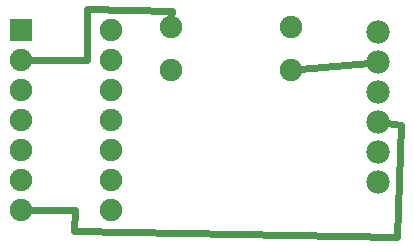
<source format=gtl>
G04 MADE WITH FRITZING*
G04 WWW.FRITZING.ORG*
G04 DOUBLE SIDED*
G04 HOLES PLATED*
G04 CONTOUR ON CENTER OF CONTOUR VECTOR*
%ASAXBY*%
%FSLAX23Y23*%
%MOIN*%
%OFA0B0*%
%SFA1.0B1.0*%
%ADD10C,0.078000*%
%ADD11C,0.075000*%
%ADD12R,0.075000X0.075000*%
%ADD13C,0.024000*%
%LNCOPPER1*%
G90*
G70*
G54D10*
X1301Y805D03*
X1301Y705D03*
X1301Y605D03*
X1301Y505D03*
X1301Y405D03*
X1301Y305D03*
G54D11*
X111Y813D03*
X411Y813D03*
X111Y713D03*
X411Y713D03*
X111Y613D03*
X411Y613D03*
X111Y513D03*
X411Y513D03*
X111Y413D03*
X411Y413D03*
X111Y313D03*
X411Y313D03*
X111Y213D03*
X411Y213D03*
X1011Y824D03*
X611Y824D03*
X1011Y679D03*
X611Y679D03*
G54D12*
X111Y813D03*
G54D13*
X331Y711D02*
X331Y882D01*
D02*
X140Y713D02*
X331Y711D01*
D02*
X1040Y682D02*
X1271Y702D01*
D02*
X289Y213D02*
X287Y144D01*
D02*
X287Y144D02*
X469Y139D01*
D02*
X140Y213D02*
X289Y213D01*
D02*
X613Y877D02*
X612Y852D01*
D02*
X331Y882D02*
X613Y877D01*
D02*
X1376Y495D02*
X1331Y501D01*
D02*
X1364Y124D02*
X1376Y495D01*
D02*
X469Y139D02*
X1364Y124D01*
G04 End of Copper1*
M02*
</source>
